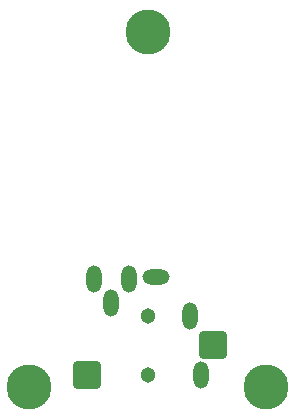
<source format=gbr>
%TF.GenerationSoftware,Altium Limited,Altium Designer,22.5.1 (42)*%
G04 Layer_Color=16711935*
%FSLAX45Y45*%
%MOMM*%
%TF.SameCoordinates,A79CAE12-DCBF-455A-9705-E792248E02F7*%
%TF.FilePolarity,Negative*%
%TF.FileFunction,Soldermask,Bot*%
%TF.Part,Single*%
G01*
G75*
%TA.AperFunction,ComponentPad*%
%ADD72C,1.30320*%
G04:AMPARAMS|DCode=73|XSize=2.3mm|YSize=2.3mm|CornerRadius=0.27mm|HoleSize=0mm|Usage=FLASHONLY|Rotation=270.000|XOffset=0mm|YOffset=0mm|HoleType=Round|Shape=RoundedRectangle|*
%AMROUNDEDRECTD73*
21,1,2.30000,1.76000,0,0,270.0*
21,1,1.76000,2.30000,0,0,270.0*
1,1,0.54000,-0.88000,-0.88000*
1,1,0.54000,-0.88000,0.88000*
1,1,0.54000,0.88000,0.88000*
1,1,0.54000,0.88000,-0.88000*
%
%ADD73ROUNDEDRECTD73*%
G04:AMPARAMS|DCode=74|XSize=2.3mm|YSize=1.3mm|CornerRadius=0.65mm|HoleSize=0mm|Usage=FLASHONLY|Rotation=270.000|XOffset=0mm|YOffset=0mm|HoleType=Round|Shape=RoundedRectangle|*
%AMROUNDEDRECTD74*
21,1,2.30000,0.00000,0,0,270.0*
21,1,1.00000,1.30000,0,0,270.0*
1,1,1.30000,0.00000,-0.50000*
1,1,1.30000,0.00000,0.50000*
1,1,1.30000,0.00000,0.50000*
1,1,1.30000,0.00000,-0.50000*
%
%ADD74ROUNDEDRECTD74*%
G04:AMPARAMS|DCode=75|XSize=2.3mm|YSize=1.3mm|CornerRadius=0.65mm|HoleSize=0mm|Usage=FLASHONLY|Rotation=180.000|XOffset=0mm|YOffset=0mm|HoleType=Round|Shape=RoundedRectangle|*
%AMROUNDEDRECTD75*
21,1,2.30000,0.00000,0,0,180.0*
21,1,1.00000,1.30000,0,0,180.0*
1,1,1.30000,-0.50000,0.00000*
1,1,1.30000,0.50000,0.00000*
1,1,1.30000,0.50000,0.00000*
1,1,1.30000,-0.50000,0.00000*
%
%ADD75ROUNDEDRECTD75*%
%TA.AperFunction,ViaPad*%
%ADD76C,3.80000*%
D72*
X-1Y-2400000D02*
D03*
X0Y-2900000D02*
D03*
D73*
X549999Y-2650000D02*
D03*
X-510001Y-2900000D02*
D03*
D74*
X-450001Y-2089999D02*
D03*
X-310001Y-2290000D02*
D03*
X450000Y-2900001D02*
D03*
X-160000Y-2090000D02*
D03*
X359999Y-2400001D02*
D03*
D75*
X70000Y-2070000D02*
D03*
D76*
X1000000Y-3000000D02*
D03*
X-1000000D02*
D03*
X0Y0D02*
D03*
%TF.MD5,d5f72f2425204bcee8be66d5bbda542d*%
M02*

</source>
